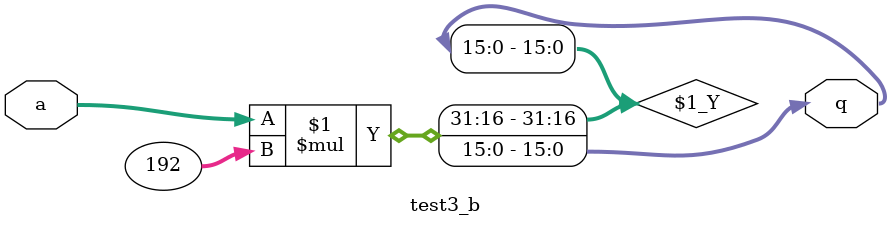
<source format=v>
module test3_b(q, a);
output [15:0] q;
input [7:0] a;

assign q = a * 192;

endmodule
</source>
